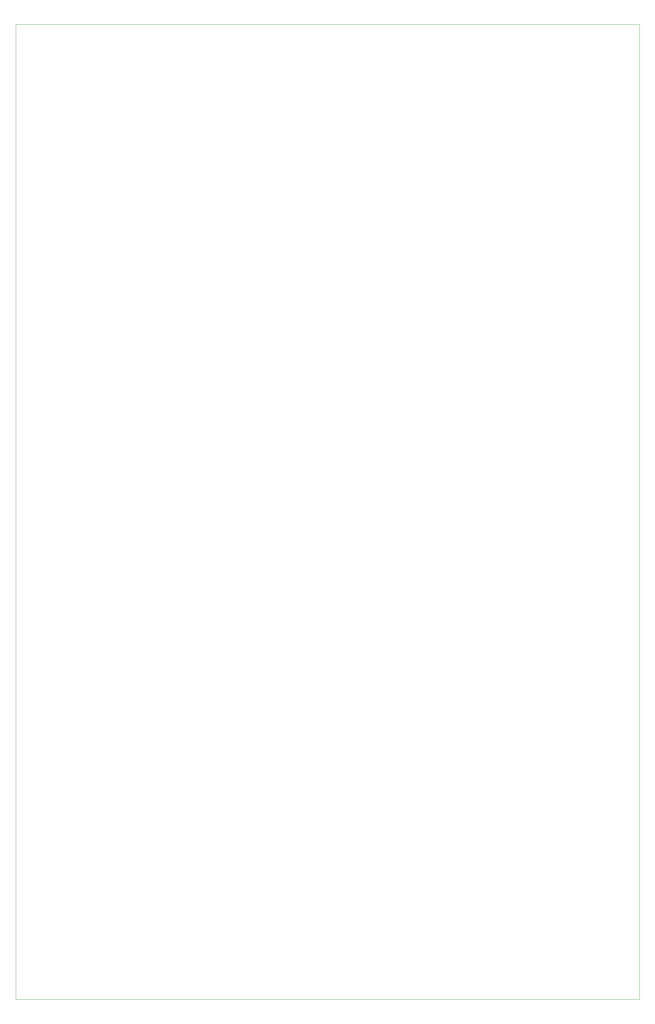
<source format=gbr>
G04 #@! TF.GenerationSoftware,KiCad,Pcbnew,5.1.5-52549c5~84~ubuntu18.04.1*
G04 #@! TF.CreationDate,2020-06-07T21:28:08-07:00*
G04 #@! TF.ProjectId,motherboard,6d6f7468-6572-4626-9f61-72642e6b6963,rev?*
G04 #@! TF.SameCoordinates,Original*
G04 #@! TF.FileFunction,Profile,NP*
%FSLAX46Y46*%
G04 Gerber Fmt 4.6, Leading zero omitted, Abs format (unit mm)*
G04 Created by KiCad (PCBNEW 5.1.5-52549c5~84~ubuntu18.04.1) date 2020-06-07 21:28:08*
%MOMM*%
%LPD*%
G04 APERTURE LIST*
%ADD10C,0.050000*%
G04 APERTURE END LIST*
D10*
X307340000Y-317500000D02*
X307340000Y-35560000D01*
X487680000Y-317500000D02*
X307340000Y-317500000D01*
X487680000Y-35560000D02*
X487680000Y-317500000D01*
X307340000Y-35560000D02*
X487680000Y-35560000D01*
M02*

</source>
